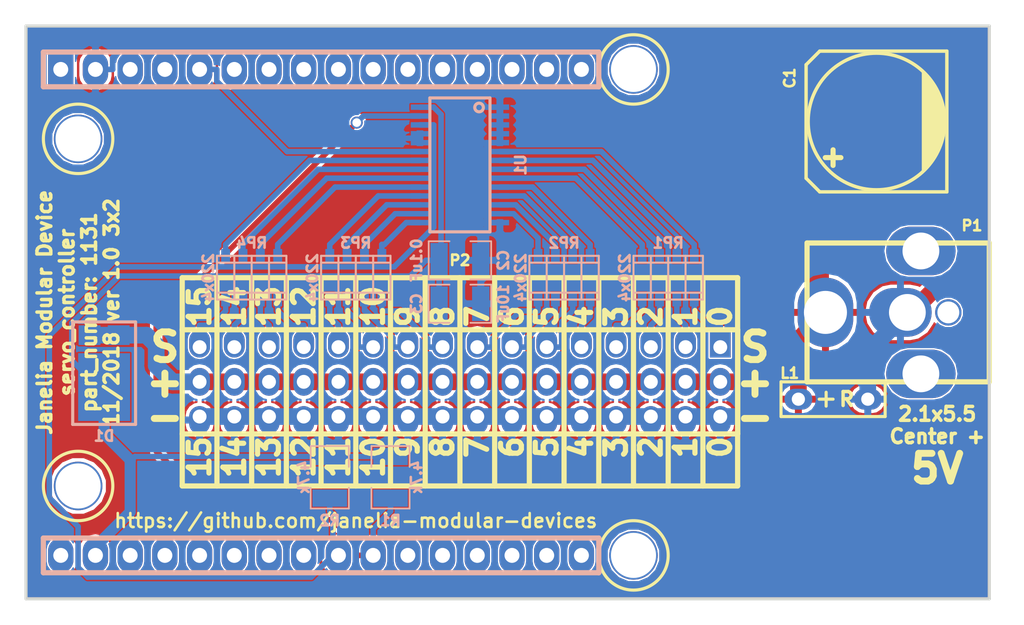
<source format=kicad_pcb>
(kicad_pcb (version 20171130) (host pcbnew 6.0.0-rc1-unknown-4d73cfb~66~ubuntu18.04.1)
  (title_block (title servo_controller_3x2) (rev 1.0))
  (layers (0 F.Cu signal) (31 B.Cu signal) (34 B.Paste user hide) (35 F.Paste user hide) (36 B.SilkS user) (37 F.SilkS user) (38 B.Mask user) (39 F.Mask user) (44 Edge.Cuts user))
  (net 0 "")
  (net 1 VCC)
  (net 2 GND)
  (net 3 VEE)
  (net 4 /SCL)
  (net 5 /SDA)
  (net 6 /~ENABLE)
  (net 7 /servo_3x2/SIG_0)
  (net 8 /servo_3x2/SIG_1)
  (net 9 /servo_3x2/SIG_2)
  (net 10 /servo_3x2/SIG_3)
  (net 11 /servo_3x2/SIG_4)
  (net 12 /servo_3x2/SIG_5)
  (net 13 /servo_3x2/SIG_6)
  (net 14 /servo_3x2/SIG_7)
  (net 15 /servo_3x2/SIG_8)
  (net 16 /servo_3x2/SIG_9)
  (net 17 /servo_3x2/SIG_10)
  (net 18 /servo_3x2/SIG_11)
  (net 19 /servo_3x2/SIG_12)
  (net 20 /servo_3x2/SIG_13)
  (net 21 /servo_3x2/SIG_14)
  (net 22 /servo_3x2/SIG_15)
  (net 23 /servo_3x2/PWM_0)
  (net 24 /servo_3x2/PWM_1)
  (net 25 /servo_3x2/PWM_2)
  (net 26 /servo_3x2/PWM_3)
  (net 27 /servo_3x2/PWM_7)
  (net 28 /servo_3x2/PWM_6)
  (net 29 /servo_3x2/PWM_5)
  (net 30 /servo_3x2/PWM_4)
  (net 31 /servo_3x2/PWM_8)
  (net 32 /servo_3x2/PWM_9)
  (net 33 /servo_3x2/PWM_10)
  (net 34 /servo_3x2/PWM_11)
  (net 35 /servo_3x2/PWM_15)
  (net 36 /servo_3x2/PWM_14)
  (net 37 /servo_3x2/PWM_13)
  (net 38 /servo_3x2/PWM_12)
  (module servo_controller_3x2:TSSOP28 (layer B.Cu) (at 117.475 78.105 270)
    (fp_text reference U1 (at 0 -4.445 270) (layer B.SilkS) (effects (font (size 0.762 0.762) (thickness 0.1905)) (justify mirror)))
    (fp_text value PCA9685)
    (pad 28 smd rect (at -4.225 2.925 270) (size 0.4 1.35) (layers B.Cu B.Paste B.Mask) (net 3 VEE))
    (pad 27 smd rect (at -3.575 2.925 270) (size 0.4 1.35) (layers B.Cu B.Paste B.Mask) (net 5 /SDA))
    (pad 26 smd rect (at -2.925 2.925 270) (size 0.4 1.35) (layers B.Cu B.Paste B.Mask) (net 4 /SCL))
    (pad 25 smd rect (at -2.275 2.925 270) (size 0.4 1.35) (layers B.Cu B.Paste B.Mask) (net 2 GND))
    (pad 24 smd rect (at -1.625 2.925 270) (size 0.4 1.35) (layers B.Cu B.Paste B.Mask) (net 2 GND))
    (pad 23 smd rect (at -0.975 2.925 270) (size 0.4 1.35) (layers B.Cu B.Paste B.Mask) (net 6 /~ENABLE))
    (pad 22 smd rect (at -0.325 2.925 270) (size 0.4 1.35) (layers B.Cu B.Paste B.Mask) (net 35 /servo_3x2/PWM_15))
    (pad 21 smd rect (at 0.325 2.925 270) (size 0.4 1.35) (layers B.Cu B.Paste B.Mask) (net 36 /servo_3x2/PWM_14))
    (pad 20 smd rect (at 0.975 2.925 270) (size 0.4 1.35) (layers B.Cu B.Paste B.Mask) (net 37 /servo_3x2/PWM_13))
    (pad 19 smd rect (at 1.625 2.925 270) (size 0.4 1.35) (layers B.Cu B.Paste B.Mask) (net 38 /servo_3x2/PWM_12))
    (pad 18 smd rect (at 2.275 2.925 270) (size 0.4 1.35) (layers B.Cu B.Paste B.Mask) (net 34 /servo_3x2/PWM_11))
    (pad 17 smd rect (at 2.925 2.925 270) (size 0.4 1.35) (layers B.Cu B.Paste B.Mask) (net 33 /servo_3x2/PWM_10))
    (pad 16 smd rect (at 3.575 2.925 270) (size 0.4 1.35) (layers B.Cu B.Paste B.Mask) (net 32 /servo_3x2/PWM_9))
    (pad 15 smd rect (at 4.225 2.925 270) (size 0.4 1.35) (layers B.Cu B.Paste B.Mask) (net 31 /servo_3x2/PWM_8))
    (pad 14 smd rect (at 4.225 -2.925 270) (size 0.4 1.35) (layers B.Cu B.Paste B.Mask) (net 2 GND))
    (pad 13 smd rect (at 3.575 -2.925 270) (size 0.4 1.35) (layers B.Cu B.Paste B.Mask) (net 27 /servo_3x2/PWM_7))
    (pad 12 smd rect (at 2.925 -2.925 270) (size 0.4 1.35) (layers B.Cu B.Paste B.Mask) (net 28 /servo_3x2/PWM_6))
    (pad 11 smd rect (at 2.275 -2.925 270) (size 0.4 1.35) (layers B.Cu B.Paste B.Mask) (net 29 /servo_3x2/PWM_5))
    (pad 10 smd rect (at 1.625 -2.925 270) (size 0.4 1.35) (layers B.Cu B.Paste B.Mask) (net 30 /servo_3x2/PWM_4))
    (pad 9 smd rect (at 0.975 -2.925 270) (size 0.4 1.35) (layers B.Cu B.Paste B.Mask) (net 26 /servo_3x2/PWM_3))
    (pad 8 smd rect (at 0.325 -2.925 270) (size 0.4 1.35) (layers B.Cu B.Paste B.Mask) (net 25 /servo_3x2/PWM_2))
    (pad 7 smd rect (at -0.325 -2.925 270) (size 0.4 1.35) (layers B.Cu B.Paste B.Mask) (net 24 /servo_3x2/PWM_1))
    (pad 6 smd rect (at -0.975 -2.925 270) (size 0.4 1.35) (layers B.Cu B.Paste B.Mask) (net 23 /servo_3x2/PWM_0))
    (pad 5 smd rect (at -1.625 -2.925 270) (size 0.4 1.35) (layers B.Cu B.Paste B.Mask) (net 2 GND))
    (pad 4 smd rect (at -2.275 -2.925 270) (size 0.4 1.35) (layers B.Cu B.Paste B.Mask) (net 2 GND))
    (pad 3 smd rect (at -2.925 -2.925 270) (size 0.4 1.35) (layers B.Cu B.Paste B.Mask) (net 2 GND))
    (pad 2 smd rect (at -3.575 -2.925 270) (size 0.4 1.35) (layers B.Cu B.Paste B.Mask) (net 2 GND))
    (pad 1 smd rect (at -4.225 -2.925 270) (size 0.4 1.35) (layers B.Cu B.Paste B.Mask) (net 2 GND))
  )
  (module servo_controller_3x2:MODULAR_DEVICE_BASE_3X2_MALE (layer F.Cu) (at 107.315 88.9)
    (fp_text reference MDB1 hide)
    (fp_text value VAL** hide)
    (pad "" thru_hole circle (at 22.86 -17.78) (size 3.556 3.556) (drill 3.302) (layers *.Cu *.Mask))
    (pad "" thru_hole circle (at 22.86 17.78) (size 3.556 3.556) (drill 3.302) (layers *.Cu *.Mask))
    (pad "" thru_hole circle (at -17.78 12.7) (size 3.556 3.556) (drill 3.302) (layers *.Cu *.Mask))
    (pad "" thru_hole circle (at -17.78 -12.7) (size 3.556 3.556) (drill 3.302) (layers *.Cu *.Mask))
    (pad AREF thru_hole oval (at -19.05 17.78) (size 1.8542 2.54) (drill 1.0922) (layers *.Cu *.Mask))
    (pad VEE thru_hole oval (at -16.51 17.78) (size 1.8542 2.54) (drill 1.0922) (layers *.Cu *.Mask) (net 3 VEE))
    (pad AGND thru_hole oval (at -13.97 17.78) (size 1.8542 2.54) (drill 1.0922) (layers *.Cu *.Mask))
    (pad 3V3 thru_hole oval (at -11.43 17.78) (size 1.8542 2.54) (drill 1.0922) (layers *.Cu *.Mask))
    (pad 23 thru_hole oval (at -8.89 17.78) (size 1.8542 2.54) (drill 1.0922) (layers *.Cu *.Mask))
    (pad 22 thru_hole oval (at -6.35 17.78) (size 1.8542 2.54) (drill 1.0922) (layers *.Cu *.Mask))
    (pad 21 thru_hole oval (at -3.81 17.78) (size 1.8542 2.54) (drill 1.0922) (layers *.Cu *.Mask))
    (pad 20 thru_hole oval (at -1.27 17.78) (size 1.8542 2.54) (drill 1.0922) (layers *.Cu *.Mask))
    (pad 19 thru_hole oval (at 1.27 17.78) (size 1.8542 2.54) (drill 1.0922) (layers *.Cu *.Mask) (net 4 /SCL))
    (pad 18 thru_hole oval (at 3.81 17.78) (size 1.8542 2.54) (drill 1.0922) (layers *.Cu *.Mask) (net 5 /SDA))
    (pad 17 thru_hole oval (at 6.35 17.78) (size 1.8542 2.54) (drill 1.0922) (layers *.Cu *.Mask))
    (pad 16 thru_hole oval (at 8.89 17.78) (size 1.8542 2.54) (drill 1.0922) (layers *.Cu *.Mask))
    (pad 15 thru_hole oval (at 11.43 17.78) (size 1.8542 2.54) (drill 1.0922) (layers *.Cu *.Mask))
    (pad 14 thru_hole oval (at 13.97 17.78) (size 1.8542 2.54) (drill 1.0922) (layers *.Cu *.Mask))
    (pad 13 thru_hole oval (at 16.51 17.78) (size 1.8542 2.54) (drill 1.0922) (layers *.Cu *.Mask))
    (pad DAC thru_hole oval (at 19.05 17.78) (size 1.8542 2.54) (drill 1.0922) (layers *.Cu *.Mask))
    (pad 28 thru_hole oval (at 19.05 -17.78) (size 1.8542 2.54) (drill 1.0922) (layers *.Cu *.Mask))
    (pad 12 thru_hole oval (at 16.51 -17.78) (size 1.8542 2.54) (drill 1.0922) (layers *.Cu *.Mask))
    (pad 11 thru_hole oval (at 13.97 -17.78) (size 1.8542 2.54) (drill 1.0922) (layers *.Cu *.Mask))
    (pad 10 thru_hole oval (at 11.43 -17.78) (size 1.8542 2.54) (drill 1.0922) (layers *.Cu *.Mask))
    (pad 9 thru_hole oval (at 8.89 -17.78) (size 1.8542 2.54) (drill 1.0922) (layers *.Cu *.Mask))
    (pad 29 thru_hole oval (at 6.35 -17.78) (size 1.8542 2.54) (drill 1.0922) (layers *.Cu *.Mask))
    (pad 30 thru_hole oval (at 3.81 -17.78) (size 1.8542 2.54) (drill 1.0922) (layers *.Cu *.Mask))
    (pad 6 thru_hole oval (at 1.27 -17.78) (size 1.8542 2.54) (drill 1.0922) (layers *.Cu *.Mask))
    (pad 5 thru_hole oval (at -1.27 -17.78) (size 1.8542 2.54) (drill 1.0922) (layers *.Cu *.Mask))
    (pad 4 thru_hole oval (at -3.81 -17.78) (size 1.8542 2.54) (drill 1.0922) (layers *.Cu *.Mask))
    (pad 3 thru_hole oval (at -6.35 -17.78) (size 1.8542 2.54) (drill 1.0922) (layers *.Cu *.Mask))
    (pad 2 thru_hole oval (at -8.89 -17.78) (size 1.8542 2.54) (drill 1.0922) (layers *.Cu *.Mask) (net 6 /~ENABLE))
    (pad 25 thru_hole oval (at -11.43 -17.78) (size 1.8542 2.54) (drill 1.0922) (layers *.Cu *.Mask))
    (pad VDD thru_hole rect (at -19.05 -17.78) (size 1.8542 2.54) (drill 1.0922) (layers *.Cu *.Mask))
    (pad 24 thru_hole oval (at -13.97 -17.78) (size 1.8542 2.54) (drill 1.0922) (layers *.Cu *.Mask))
    (pad GND thru_hole oval (at -16.51 -17.78) (size 1.8542 2.54) (drill 1.0922) (layers *.Cu *.Mask) (net 2 GND))
  )
  (module servo_controller_3x2:HEADER_03x16 (layer F.Cu) (at 117.475 93.98)
    (fp_text reference P2 (at 0 -8.89) (layer F.SilkS) (effects (font (size 0.762 0.762) (thickness 0.1905))))
    (fp_text value HEADER_03X16 hide)
    (fp_text user 15 (at -19.05 3.81 90) (layer F.SilkS) (effects (font (size 1.524 1.524) (thickness 0.381)) (justify right)))
    (fp_text user 14 (at -16.51 3.81 90) (layer F.SilkS) (effects (font (size 1.524 1.524) (thickness 0.381)) (justify right)))
    (fp_text user 13 (at -13.97 3.81 90) (layer F.SilkS) (effects (font (size 1.524 1.524) (thickness 0.381)) (justify right)))
    (fp_text user 12 (at -11.43 3.81 90) (layer F.SilkS) (effects (font (size 1.524 1.524) (thickness 0.381)) (justify right)))
    (fp_text user 11 (at -8.89 3.81 90) (layer F.SilkS) (effects (font (size 1.524 1.524) (thickness 0.381)) (justify right)))
    (fp_text user 10 (at -6.35 3.81 90) (layer F.SilkS) (effects (font (size 1.524 1.524) (thickness 0.381)) (justify right)))
    (fp_text user 9 (at -3.81 3.81 90) (layer F.SilkS) (effects (font (size 1.524 1.524) (thickness 0.381)) (justify right)))
    (fp_text user 8 (at -1.27 3.81 90) (layer F.SilkS) (effects (font (size 1.524 1.524) (thickness 0.381)) (justify right)))
    (fp_text user 7 (at 1.27 3.81 90) (layer F.SilkS) (effects (font (size 1.524 1.524) (thickness 0.381)) (justify right)))
    (fp_text user 6 (at 3.81 3.81 90) (layer F.SilkS) (effects (font (size 1.524 1.524) (thickness 0.381)) (justify right)))
    (fp_text user 5 (at 6.35 3.81 90) (layer F.SilkS) (effects (font (size 1.524 1.524) (thickness 0.381)) (justify right)))
    (fp_text user 4 (at 8.89 3.81 90) (layer F.SilkS) (effects (font (size 1.524 1.524) (thickness 0.381)) (justify right)))
    (fp_text user 3 (at 11.43 3.81 90) (layer F.SilkS) (effects (font (size 1.524 1.524) (thickness 0.381)) (justify right)))
    (fp_text user 2 (at 13.97 3.81 90) (layer F.SilkS) (effects (font (size 1.524 1.524) (thickness 0.381)) (justify right)))
    (fp_text user 1 (at 16.51 3.81 90) (layer F.SilkS) (effects (font (size 1.524 1.524) (thickness 0.381)) (justify right)))
    (fp_text user 0 (at 19.05 3.81 90) (layer F.SilkS) (effects (font (size 1.524 1.524) (thickness 0.381)) (justify right)))
    (fp_text user 0 (at 19.05 -3.81 90) (layer F.SilkS) (effects (font (size 1.524 1.524) (thickness 0.381)) (justify left)))
    (fp_text user 1 (at 16.51 -3.81 90) (layer F.SilkS) (effects (font (size 1.524 1.524) (thickness 0.381)) (justify left)))
    (fp_text user 2 (at 13.97 -3.81 90) (layer F.SilkS) (effects (font (size 1.524 1.524) (thickness 0.381)) (justify left)))
    (fp_text user 3 (at 11.43 -3.81 90) (layer F.SilkS) (effects (font (size 1.524 1.524) (thickness 0.381)) (justify left)))
    (fp_text user 4 (at 8.89 -3.81 90) (layer F.SilkS) (effects (font (size 1.524 1.524) (thickness 0.381)) (justify left)))
    (fp_text user 5 (at 6.35 -3.81 90) (layer F.SilkS) (effects (font (size 1.524 1.524) (thickness 0.381)) (justify left)))
    (fp_text user 6 (at 3.81 -3.81 90) (layer F.SilkS) (effects (font (size 1.524 1.524) (thickness 0.381)) (justify left)))
    (fp_text user 7 (at 1.27 -3.81 90) (layer F.SilkS) (effects (font (size 1.524 1.524) (thickness 0.381)) (justify left)))
    (fp_text user 8 (at -1.27 -3.81 90) (layer F.SilkS) (effects (font (size 1.524 1.524) (thickness 0.381)) (justify left)))
    (fp_text user 9 (at -3.81 -3.81 90) (layer F.SilkS) (effects (font (size 1.524 1.524) (thickness 0.381)) (justify left)))
    (fp_text user 10 (at -6.35 -3.81 90) (layer F.SilkS) (effects (font (size 1.524 1.524) (thickness 0.381)) (justify left)))
    (fp_text user 11 (at -8.89 -3.81 90) (layer F.SilkS) (effects (font (size 1.524 1.524) (thickness 0.381)) (justify left)))
    (fp_text user 12 (at -11.43 -3.81 90) (layer F.SilkS) (effects (font (size 1.524 1.524) (thickness 0.381)) (justify left)))
    (fp_text user 13 (at -13.97 -3.81 90) (layer F.SilkS) (effects (font (size 1.524 1.524) (thickness 0.381)) (justify left)))
    (fp_text user 14 (at -16.51 -3.81 90) (layer F.SilkS) (effects (font (size 1.524 1.524) (thickness 0.381)) (justify left)))
    (fp_text user 15 (at -19.05 -3.81 90) (layer F.SilkS) (effects (font (size 1.524 1.524) (thickness 0.381)) (justify left)))
    (fp_text user - (at 21.59 2.54) (layer F.SilkS) (effects (font (size 2.032 2.032) (thickness 0.508))))
    (fp_text user + (at 21.59 0) (layer F.SilkS) (effects (font (size 2.032 2.032) (thickness 0.508))))
    (fp_text user - (at -21.59 2.54) (layer F.SilkS) (effects (font (size 2.032 2.032) (thickness 0.508))))
    (fp_text user + (at -21.59 0) (layer F.SilkS) (effects (font (size 2.032 2.032) (thickness 0.508))))
    (fp_text user S (at -21.59 -2.54) (layer F.SilkS) (effects (font (size 2.032 2.032) (thickness 0.508))))
    (fp_text user S (at 21.59 -2.54) (layer F.SilkS) (effects (font (size 2.032 2.032) (thickness 0.508))))
    (pad 47 thru_hole oval (at -19.05 0) (size 1.524 2.032) (drill 1.016) (layers *.Cu *.Mask) (net 1 VCC))
    (pad 44 thru_hole oval (at -16.51 0) (size 1.524 2.032) (drill 1.016) (layers *.Cu *.Mask) (net 1 VCC))
    (pad 41 thru_hole oval (at -13.97 0) (size 1.524 2.032) (drill 1.016) (layers *.Cu *.Mask) (net 1 VCC))
    (pad 38 thru_hole oval (at -11.43 0) (size 1.524 2.032) (drill 1.016) (layers *.Cu *.Mask) (net 1 VCC))
    (pad 35 thru_hole oval (at -8.89 0) (size 1.524 2.032) (drill 1.016) (layers *.Cu *.Mask) (net 1 VCC))
    (pad 32 thru_hole oval (at -6.35 0) (size 1.524 2.032) (drill 1.016) (layers *.Cu *.Mask) (net 1 VCC))
    (pad 29 thru_hole oval (at -3.81 0) (size 1.524 2.032) (drill 1.016) (layers *.Cu *.Mask) (net 1 VCC))
    (pad 26 thru_hole oval (at -1.27 0) (size 1.524 2.032) (drill 1.016) (layers *.Cu *.Mask) (net 1 VCC))
    (pad 23 thru_hole oval (at 1.27 0) (size 1.524 2.032) (drill 1.016) (layers *.Cu *.Mask) (net 1 VCC))
    (pad 20 thru_hole oval (at 3.81 0) (size 1.524 2.032) (drill 1.016) (layers *.Cu *.Mask) (net 1 VCC))
    (pad 17 thru_hole oval (at 6.35 0) (size 1.524 2.032) (drill 1.016) (layers *.Cu *.Mask) (net 1 VCC))
    (pad 14 thru_hole oval (at 8.89 0) (size 1.524 2.032) (drill 1.016) (layers *.Cu *.Mask) (net 1 VCC))
    (pad 11 thru_hole oval (at 11.43 0) (size 1.524 2.032) (drill 1.016) (layers *.Cu *.Mask) (net 1 VCC))
    (pad 8 thru_hole oval (at 13.97 0) (size 1.524 2.032) (drill 1.016) (layers *.Cu *.Mask) (net 1 VCC))
    (pad 5 thru_hole oval (at 16.51 0) (size 1.524 2.032) (drill 1.016) (layers *.Cu *.Mask) (net 1 VCC))
    (pad 2 thru_hole oval (at 19.05 0) (size 1.524 2.032) (drill 1.016) (layers *.Cu *.Mask) (net 1 VCC))
    (pad 48 thru_hole oval (at -19.05 2.54) (size 1.524 2.032) (drill 1.016 (offset 0 0.254)) (layers *.Cu *.Mask) (net 2 GND))
    (pad 46 thru_hole oval (at -19.05 -2.54) (size 1.524 2.032) (drill 1.016 (offset 0 -0.254)) (layers *.Cu *.Mask) (net 22 /servo_3x2/SIG_15))
    (pad 45 thru_hole oval (at -16.51 2.54) (size 1.524 2.032) (drill 1.016 (offset 0 0.254)) (layers *.Cu *.Mask) (net 2 GND))
    (pad 43 thru_hole oval (at -16.51 -2.54) (size 1.524 2.032) (drill 1.016 (offset 0 -0.254)) (layers *.Cu *.Mask) (net 21 /servo_3x2/SIG_14))
    (pad 42 thru_hole oval (at -13.97 2.54) (size 1.524 2.032) (drill 1.016 (offset 0 0.254)) (layers *.Cu *.Mask) (net 2 GND))
    (pad 40 thru_hole oval (at -13.97 -2.54) (size 1.524 2.032) (drill 1.016 (offset 0 -0.254)) (layers *.Cu *.Mask) (net 20 /servo_3x2/SIG_13))
    (pad 39 thru_hole oval (at -11.43 2.54) (size 1.524 2.032) (drill 1.016 (offset 0 0.254)) (layers *.Cu *.Mask) (net 2 GND))
    (pad 37 thru_hole oval (at -11.43 -2.54) (size 1.524 2.032) (drill 1.016 (offset 0 -0.254)) (layers *.Cu *.Mask) (net 19 /servo_3x2/SIG_12))
    (pad 36 thru_hole oval (at -8.89 2.54) (size 1.524 2.032) (drill 1.016 (offset 0 0.254)) (layers *.Cu *.Mask) (net 2 GND))
    (pad 34 thru_hole oval (at -8.89 -2.54) (size 1.524 2.032) (drill 1.016 (offset 0 -0.254)) (layers *.Cu *.Mask) (net 18 /servo_3x2/SIG_11))
    (pad 33 thru_hole oval (at -6.35 2.54) (size 1.524 2.032) (drill 1.016 (offset 0 0.254)) (layers *.Cu *.Mask) (net 2 GND))
    (pad 31 thru_hole oval (at -6.35 -2.54) (size 1.524 2.032) (drill 1.016 (offset 0 -0.254)) (layers *.Cu *.Mask) (net 17 /servo_3x2/SIG_10))
    (pad 30 thru_hole oval (at -3.81 2.54) (size 1.524 2.032) (drill 1.016 (offset 0 0.254)) (layers *.Cu *.Mask) (net 2 GND))
    (pad 28 thru_hole oval (at -3.81 -2.54) (size 1.524 2.032) (drill 1.016 (offset 0 -0.254)) (layers *.Cu *.Mask) (net 16 /servo_3x2/SIG_9))
    (pad 27 thru_hole oval (at -1.27 2.54) (size 1.524 2.032) (drill 1.016 (offset 0 0.254)) (layers *.Cu *.Mask) (net 2 GND))
    (pad 25 thru_hole oval (at -1.27 -2.54) (size 1.524 2.032) (drill 1.016 (offset 0 -0.254)) (layers *.Cu *.Mask) (net 15 /servo_3x2/SIG_8))
    (pad 24 thru_hole oval (at 1.27 2.54) (size 1.524 2.032) (drill 1.016 (offset 0 0.254)) (layers *.Cu *.Mask) (net 2 GND))
    (pad 22 thru_hole oval (at 1.27 -2.54) (size 1.524 2.032) (drill 1.016 (offset 0 -0.254)) (layers *.Cu *.Mask) (net 14 /servo_3x2/SIG_7))
    (pad 21 thru_hole oval (at 3.81 2.54) (size 1.524 2.032) (drill 1.016 (offset 0 0.254)) (layers *.Cu *.Mask) (net 2 GND))
    (pad 19 thru_hole oval (at 3.81 -2.54) (size 1.524 2.032) (drill 1.016 (offset 0 -0.254)) (layers *.Cu *.Mask) (net 13 /servo_3x2/SIG_6))
    (pad 18 thru_hole oval (at 6.35 2.54) (size 1.524 2.032) (drill 1.016 (offset 0 0.254)) (layers *.Cu *.Mask) (net 2 GND))
    (pad 16 thru_hole oval (at 6.35 -2.54) (size 1.524 2.032) (drill 1.016 (offset 0 -0.254)) (layers *.Cu *.Mask) (net 12 /servo_3x2/SIG_5))
    (pad 15 thru_hole oval (at 8.89 2.54) (size 1.524 2.032) (drill 1.016 (offset 0 0.254)) (layers *.Cu *.Mask) (net 2 GND))
    (pad 13 thru_hole oval (at 8.89 -2.54) (size 1.524 2.032) (drill 1.016 (offset 0 -0.254)) (layers *.Cu *.Mask) (net 11 /servo_3x2/SIG_4))
    (pad 12 thru_hole oval (at 11.43 2.54) (size 1.524 2.032) (drill 1.016 (offset 0 0.254)) (layers *.Cu *.Mask) (net 2 GND))
    (pad 10 thru_hole oval (at 11.43 -2.54) (size 1.524 2.032) (drill 1.016 (offset 0 -0.254)) (layers *.Cu *.Mask) (net 10 /servo_3x2/SIG_3))
    (pad 9 thru_hole oval (at 13.97 2.54) (size 1.524 2.032) (drill 1.016 (offset 0 0.254)) (layers *.Cu *.Mask) (net 2 GND))
    (pad 7 thru_hole oval (at 13.97 -2.54) (size 1.524 2.032) (drill 1.016 (offset 0 -0.254)) (layers *.Cu *.Mask) (net 9 /servo_3x2/SIG_2))
    (pad 6 thru_hole oval (at 16.51 2.54) (size 1.524 2.032) (drill 1.016 (offset 0 0.254)) (layers *.Cu *.Mask) (net 2 GND))
    (pad 4 thru_hole oval (at 16.51 -2.54) (size 1.524 2.032) (drill 1.016 (offset 0 -0.254)) (layers *.Cu *.Mask) (net 8 /servo_3x2/SIG_1))
    (pad 3 thru_hole oval (at 19.05 2.54) (size 1.524 2.032) (drill 1.016 (offset 0 0.254)) (layers *.Cu *.Mask) (net 2 GND))
    (pad 1 thru_hole rect (at 19.05 -2.54) (size 1.524 2.032) (drill 1.016 (offset 0 -0.254)) (layers *.Cu *.Mask) (net 7 /servo_3x2/SIG_0))
  )
  (module servo_controller_3x2:C_ELEC_10 (layer F.Cu) (at 147.955 74.93 180)
    (fp_text reference C1 (at 6.35 3.175 270) (layer F.SilkS) (effects (font (size 0.762 0.762) (thickness 0.1905))))
    (fp_text value 220uF_POL)
    (fp_text user + (at 3.175 -2.54 180) (layer F.SilkS) (effects (font (size 1.5 1.5) (thickness 0.375))))
    (pad 1 smd rect (at 4.35 0 180) (size 4.1 2) (layers F.Cu F.Paste F.Mask) (net 1 VCC))
    (pad 2 smd rect (at -4.35 0 180) (size 4.1 2) (layers F.Cu F.Paste F.Mask) (net 2 GND))
  )
  (module servo_controller_3x2:SM1210 (layer B.Cu) (at 117.475 85.09)
    (fp_text reference C2 (at 3.175 0 90) (layer B.SilkS) (effects (font (size 0.762 0.762) (thickness 0.1905)) (justify mirror)))
    (fp_text value 0.1uF (at -3.175 0 90) (layer B.SilkS) (effects (font (size 0.762 0.762) (thickness 0.1905)) (justify mirror)))
    (pad 2 smd rect (at 1.524 0) (size 1.27 2.54) (layers B.Cu B.Paste B.Mask) (net 2 GND))
    (pad 1 smd rect (at -1.524 0) (size 1.27 2.54) (layers B.Cu B.Paste B.Mask) (net 3 VEE))
  )
  (module servo_controller_3x2:SM1210 (layer B.Cu) (at 117.475 88.265)
    (fp_text reference C3 (at -3.175 0 90) (layer B.SilkS) (effects (font (size 0.762 0.762) (thickness 0.1905)) (justify mirror)))
    (fp_text value 10uF (at 3.175 0 90) (layer B.SilkS) (effects (font (size 0.762 0.762) (thickness 0.1905)) (justify mirror)))
    (pad 1 smd rect (at -1.524 0) (size 1.27 2.54) (layers B.Cu B.Paste B.Mask) (net 3 VEE))
    (pad 2 smd rect (at 1.524 0) (size 1.27 2.54) (layers B.Cu B.Paste B.Mask) (net 2 GND))
  )
  (module servo_controller_3x2:CFP15 (layer B.Cu) (at 91.44 93.345 180)
    (fp_text reference D1 (at 0 -4.6 180) (layer B.SilkS) (effects (font (size 0.762 0.762) (thickness 0.1905)) (justify mirror)))
    (fp_text value diode_schottky_45V_10A hide)
    (pad 1 smd rect (at 0 -1.02 180) (size 3.8 4.96) (layers B.Cu B.Paste B.Mask) (net 3 VEE) (clearance 0.1))
    (pad 2 smd rect (at -1.065 2.78 180) (size 1.6 1.44) (layers B.Cu B.Paste B.Mask) (net 1 VCC) (clearance 0.1))
    (pad 2 smd rect (at 1.065 2.78 180) (size 1.6 1.44) (layers B.Cu B.Paste B.Mask) (net 1 VCC) (clearance 0.1))
  )
  (module servo_controller_3x2:LED_555-3XXX_R (layer F.Cu) (at 144.78 95.25 90)
    (fp_text reference L1 (at 1.905 -3.175 180) (layer F.SilkS) (effects (font (size 0.762 0.762) (thickness 0.1905))))
    (fp_text value LED_5V_RED hide)
    (fp_text user R (at 0 1 180) (layer F.SilkS) (effects (font (size 1.016 1.016) (thickness 0.254))))
    (pad 1 thru_hole oval (at 0 -2.54 90) (size 1.524 2.032) (drill 0.9652) (layers *.Cu *.Mask) (net 1 VCC))
    (pad 2 thru_hole oval (at 0 2.54 90) (size 1.524 2.032) (drill 0.9652) (layers *.Cu *.Mask) (net 2 GND))
  )
  (module footprints:DCJACK_2PIN_HIGHCURRENT (layer F.Cu) (at 156.21 88.9 270)
    (fp_text reference P1 (at -6.35 1.27) (layer F.SilkS) (effects (font (size 0.762 0.762) (thickness 0.1905))))
    (fp_text value PWR_JACK_2.1x5.5 hide)
    (pad "" thru_hole circle (at 0 2.9972 270) (size 1.9304 1.9304) (drill 1.6002) (layers *.Cu *.Mask))
    (pad 2 thru_hole oval (at 0 5.9944 270) (size 3.556 4.572) (drill 2.6924 (offset 0 0.508)) (layers *.Cu *.Mask) (net 2 GND))
    (pad 1 thru_hole oval (at 0 11.9888 270) (size 5.08 4.064) (drill 3.1496) (layers *.Cu *.Mask) (net 1 VCC))
    (pad "" thru_hole oval (at -4.4958 5.0038 270) (size 3.556 5.08) (drill 2.6924) (layers *.Cu *.Mask))
    (pad "" thru_hole oval (at 4.4958 5.0038 270) (size 3.556 5.08) (drill 2.6924) (layers *.Cu *.Mask))
  )
  (module servo_controller_3x2:SM1210 (layer B.Cu) (at 112.395 100.965 270)
    (fp_text reference R1 (at 3.175 0) (layer B.SilkS) (effects (font (size 0.762 0.762) (thickness 0.1905)) (justify mirror)))
    (fp_text value 4.7k (at 0 -1.905 270) (layer B.SilkS) (effects (font (size 0.762 0.762) (thickness 0.1905)) (justify mirror)))
    (pad 1 smd rect (at -1.524 0 270) (size 1.27 2.54) (layers B.Cu B.Paste B.Mask) (net 3 VEE))
    (pad 2 smd rect (at 1.524 0 270) (size 1.27 2.54) (layers B.Cu B.Paste B.Mask) (net 5 /SDA))
  )
  (module servo_controller_3x2:SM1210 (layer B.Cu) (at 107.95 100.965 270)
    (fp_text reference R2 (at 3.175 0) (layer B.SilkS) (effects (font (size 0.762 0.762) (thickness 0.1905)) (justify mirror)))
    (fp_text value 4.7k (at 0 1.905 270) (layer B.SilkS) (effects (font (size 0.762 0.762) (thickness 0.1905)) (justify mirror)))
    (pad 2 smd rect (at 1.524 0 270) (size 1.27 2.54) (layers B.Cu B.Paste B.Mask) (net 4 /SCL))
    (pad 1 smd rect (at -1.524 0 270) (size 1.27 2.54) (layers B.Cu B.Paste B.Mask) (net 3 VEE))
  )
  (module servo_controller_3x2:RESISTOR_PACK_SM1206x4 (layer B.Cu) (at 132.715 86.36 180)
    (fp_text reference RP1 (at 0 2.54 180) (layer B.SilkS) (effects (font (size 0.762 0.762) (thickness 0.1905)) (justify mirror)))
    (fp_text value 220x4 (at 3.175 0 270) (layer B.SilkS) (effects (font (size 0.762 0.762) (thickness 0.1905)) (justify mirror)))
    (pad 7 smd rect (at -1.905 1.6 180) (size 0.65 1) (layers B.Cu B.Paste B.Mask) (net 23 /servo_3x2/PWM_0))
    (pad 8 smd rect (at -1.905 -1.6 180) (size 0.65 1) (layers B.Cu B.Paste B.Mask) (net 7 /servo_3x2/SIG_0))
    (pad 5 smd rect (at -0.635 1.6 180) (size 0.65 1) (layers B.Cu B.Paste B.Mask) (net 24 /servo_3x2/PWM_1))
    (pad 6 smd rect (at -0.635 -1.6 180) (size 0.65 1) (layers B.Cu B.Paste B.Mask) (net 8 /servo_3x2/SIG_1))
    (pad 3 smd rect (at 0.635 1.6 180) (size 0.65 1) (layers B.Cu B.Paste B.Mask) (net 25 /servo_3x2/PWM_2))
    (pad 4 smd rect (at 0.635 -1.6 180) (size 0.65 1) (layers B.Cu B.Paste B.Mask) (net 9 /servo_3x2/SIG_2))
    (pad 1 smd rect (at 1.905 1.6 180) (size 0.65 1) (layers B.Cu B.Paste B.Mask) (net 26 /servo_3x2/PWM_3))
    (pad 2 smd rect (at 1.905 -1.6 180) (size 0.65 1) (layers B.Cu B.Paste B.Mask) (net 10 /servo_3x2/SIG_3))
  )
  (module servo_controller_3x2:RESISTOR_PACK_SM1206x4 (layer B.Cu) (at 125.095 86.36 180)
    (fp_text reference RP2 (at 0 2.54 180) (layer B.SilkS) (effects (font (size 0.762 0.762) (thickness 0.1905)) (justify mirror)))
    (fp_text value 220x4 (at 3.175 0 270) (layer B.SilkS) (effects (font (size 0.762 0.762) (thickness 0.1905)) (justify mirror)))
    (pad 2 smd rect (at 1.905 -1.6 180) (size 0.65 1) (layers B.Cu B.Paste B.Mask) (net 14 /servo_3x2/SIG_7))
    (pad 1 smd rect (at 1.905 1.6 180) (size 0.65 1) (layers B.Cu B.Paste B.Mask) (net 27 /servo_3x2/PWM_7))
    (pad 4 smd rect (at 0.635 -1.6 180) (size 0.65 1) (layers B.Cu B.Paste B.Mask) (net 13 /servo_3x2/SIG_6))
    (pad 3 smd rect (at 0.635 1.6 180) (size 0.65 1) (layers B.Cu B.Paste B.Mask) (net 28 /servo_3x2/PWM_6))
    (pad 6 smd rect (at -0.635 -1.6 180) (size 0.65 1) (layers B.Cu B.Paste B.Mask) (net 12 /servo_3x2/SIG_5))
    (pad 5 smd rect (at -0.635 1.6 180) (size 0.65 1) (layers B.Cu B.Paste B.Mask) (net 29 /servo_3x2/PWM_5))
    (pad 8 smd rect (at -1.905 -1.6 180) (size 0.65 1) (layers B.Cu B.Paste B.Mask) (net 11 /servo_3x2/SIG_4))
    (pad 7 smd rect (at -1.905 1.6 180) (size 0.65 1) (layers B.Cu B.Paste B.Mask) (net 30 /servo_3x2/PWM_4))
  )
  (module servo_controller_3x2:RESISTOR_PACK_SM1206x4 (layer B.Cu) (at 109.855 86.36 180)
    (fp_text reference RP3 (at 0 2.54 180) (layer B.SilkS) (effects (font (size 0.762 0.762) (thickness 0.1905)) (justify mirror)))
    (fp_text value 220x4 (at 3.175 0 270) (layer B.SilkS) (effects (font (size 0.762 0.762) (thickness 0.1905)) (justify mirror)))
    (pad 7 smd rect (at -1.905 1.6 180) (size 0.65 1) (layers B.Cu B.Paste B.Mask) (net 31 /servo_3x2/PWM_8))
    (pad 8 smd rect (at -1.905 -1.6 180) (size 0.65 1) (layers B.Cu B.Paste B.Mask) (net 15 /servo_3x2/SIG_8))
    (pad 5 smd rect (at -0.635 1.6 180) (size 0.65 1) (layers B.Cu B.Paste B.Mask) (net 32 /servo_3x2/PWM_9))
    (pad 6 smd rect (at -0.635 -1.6 180) (size 0.65 1) (layers B.Cu B.Paste B.Mask) (net 16 /servo_3x2/SIG_9))
    (pad 3 smd rect (at 0.635 1.6 180) (size 0.65 1) (layers B.Cu B.Paste B.Mask) (net 33 /servo_3x2/PWM_10))
    (pad 4 smd rect (at 0.635 -1.6 180) (size 0.65 1) (layers B.Cu B.Paste B.Mask) (net 17 /servo_3x2/SIG_10))
    (pad 1 smd rect (at 1.905 1.6 180) (size 0.65 1) (layers B.Cu B.Paste B.Mask) (net 34 /servo_3x2/PWM_11))
    (pad 2 smd rect (at 1.905 -1.6 180) (size 0.65 1) (layers B.Cu B.Paste B.Mask) (net 18 /servo_3x2/SIG_11))
  )
  (module servo_controller_3x2:RESISTOR_PACK_SM1206x4 (layer B.Cu) (at 102.235 86.36 180)
    (fp_text reference RP4 (at 0 2.54 180) (layer B.SilkS) (effects (font (size 0.762 0.762) (thickness 0.1905)) (justify mirror)))
    (fp_text value 220x4 (at 3.175 0 270) (layer B.SilkS) (effects (font (size 0.762 0.762) (thickness 0.1905)) (justify mirror)))
    (pad 2 smd rect (at 1.905 -1.6 180) (size 0.65 1) (layers B.Cu B.Paste B.Mask) (net 22 /servo_3x2/SIG_15))
    (pad 1 smd rect (at 1.905 1.6 180) (size 0.65 1) (layers B.Cu B.Paste B.Mask) (net 35 /servo_3x2/PWM_15))
    (pad 4 smd rect (at 0.635 -1.6 180) (size 0.65 1) (layers B.Cu B.Paste B.Mask) (net 21 /servo_3x2/SIG_14))
    (pad 3 smd rect (at 0.635 1.6 180) (size 0.65 1) (layers B.Cu B.Paste B.Mask) (net 36 /servo_3x2/PWM_14))
    (pad 6 smd rect (at -0.635 -1.6 180) (size 0.65 1) (layers B.Cu B.Paste B.Mask) (net 20 /servo_3x2/SIG_13))
    (pad 5 smd rect (at -0.635 1.6 180) (size 0.65 1) (layers B.Cu B.Paste B.Mask) (net 37 /servo_3x2/PWM_13))
    (pad 8 smd rect (at -1.905 -1.6 180) (size 0.65 1) (layers B.Cu B.Paste B.Mask) (net 19 /servo_3x2/SIG_12))
    (pad 7 smd rect (at -1.905 1.6 180) (size 0.65 1) (layers B.Cu B.Paste B.Mask) (net 38 /servo_3x2/PWM_12))
  )
  (gr_text 5V (at 152.4 100.33) (layer F.SilkS) (effects (font (size 2.032 2.032) (thickness 0.508))))
  (gr_text "2.1x5.5\nCenter +" (at 152.4 97.155) (layer F.SilkS) (effects (font (size 1.016 1.016) (thickness 0.254))))
  (gr_line (start 156.21 67.945) (end 85.725 67.945) (angle 90) (layer Edge.Cuts) (width 0.2286))
  (gr_line (start 156.21 109.855) (end 156.21 67.945) (angle 90) (layer Edge.Cuts) (width 0.2286))
  (gr_line (start 85.725 109.855) (end 156.21 109.855) (angle 90) (layer Edge.Cuts) (width 0.2286))
  (gr_line (start 85.725 67.945) (end 85.725 109.855) (angle 90) (layer Edge.Cuts) (width 0.2286))
  (gr_text https://github.com/janelia-modular-devices (at 109.855 104.14) (layer F.SilkS) (effects (font (size 1.016 1.016) (thickness 0.1905))))
  (gr_text "Janelia Modular Device\nservo_controller\npart_number: 1131\n11/2018 ver 1.0 3x2" (at 89.535 88.9 90) (layer F.SilkS) (effects (font (size 1.016 1.016) (thickness 0.254))))
  (segment (start 143.913 88.5919) (end 143.9131 88.5919) (width 1.2192) (layer F.Cu) (net 1))
  (segment (start 143.9131 88.5919) (end 144.2212 88.9) (width 1.2192) (layer F.Cu) (net 1))
  (segment (start 143.913 88.5919) (end 144.221 88.9) (width 1.2192) (layer F.Cu) (net 1))
  (segment (start 144.221 88.9) (end 141.046 92.075) (width 1.2192) (layer F.Cu) (net 1))
  (segment (start 143.605 74.93) (end 143.605 88.2838) (width 1.2192) (layer F.Cu) (net 1))
  (segment (start 143.605 88.2838) (end 143.913 88.5919) (width 1.2192) (layer F.Cu) (net 1))
  (segment (start 136.525 93.98) (end 133.985 93.98) (width 1.2192) (layer F.Cu) (net 1))
  (segment (start 141.046 92.075) (end 139.141 93.98) (width 1.2192) (layer F.Cu) (net 1))
  (segment (start 139.141 93.98) (end 136.525 93.98) (width 1.2192) (layer F.Cu) (net 1))
  (segment (start 133.985 93.98) (end 131.445 93.98) (width 1.2192) (layer F.Cu) (net 1))
  (segment (start 131.445 93.98) (end 128.905 93.98) (width 1.2192) (layer F.Cu) (net 1))
  (segment (start 128.905 93.98) (end 126.365 93.98) (width 1.2192) (layer F.Cu) (net 1))
  (segment (start 126.365 93.98) (end 123.825 93.98) (width 1.2192) (layer F.Cu) (net 1))
  (segment (start 123.825 93.98) (end 121.285 93.98) (width 1.2192) (layer F.Cu) (net 1))
  (segment (start 121.285 93.98) (end 118.745 93.98) (width 1.2192) (layer F.Cu) (net 1))
  (segment (start 118.745 93.98) (end 116.205 93.98) (width 1.2192) (layer F.Cu) (net 1))
  (segment (start 116.205 93.98) (end 113.665 93.98) (width 1.2192) (layer F.Cu) (net 1))
  (segment (start 113.665 93.98) (end 111.125 93.98) (width 1.2192) (layer F.Cu) (net 1))
  (segment (start 111.125 93.98) (end 108.585 93.98) (width 1.2192) (layer F.Cu) (net 1))
  (segment (start 108.585 93.98) (end 106.045 93.98) (width 1.2192) (layer F.Cu) (net 1))
  (segment (start 106.045 93.98) (end 103.505 93.98) (width 1.2192) (layer F.Cu) (net 1))
  (segment (start 103.505 93.98) (end 100.965 93.98) (width 1.2192) (layer F.Cu) (net 1))
  (segment (start 100.965 93.98) (end 98.425 93.98) (width 1.2192) (layer F.Cu) (net 1))
  (segment (start 92.505 90.565) (end 90.375 90.565) (width 1.2192) (layer B.Cu) (net 1))
  (segment (start 98.425 93.98) (end 96.4438 93.98) (width 1.2192) (layer B.Cu) (net 1))
  (segment (start 96.4438 93.98) (end 95.25 92.7862) (width 1.2192) (layer B.Cu) (net 1))
  (segment (start 95.25 92.7862) (end 95.25 91.2908) (width 1.2192) (layer B.Cu) (net 1))
  (segment (start 95.25 91.2908) (end 94.5242 90.565) (width 1.2192) (layer B.Cu) (net 1))
  (segment (start 94.5242 90.565) (end 92.505 90.565) (width 1.2192) (layer B.Cu) (net 1))
  (segment (start 142.24 95.25) (end 142.24 93.2688) (width 1.2192) (layer F.Cu) (net 1))
  (segment (start 142.24 93.2688) (end 141.046 92.075) (width 1.2192) (layer F.Cu) (net 1))
  (segment (start 109.1688 74.6238) (end 110.431 73.3616) (width 0.4064) (layer B.Cu) (net 2))
  (segment (start 110.431 73.3616) (end 118.8764 73.3616) (width 0.4064) (layer B.Cu) (net 2))
  (segment (start 118.8764 73.3616) (end 119.3948 73.88) (width 0.4064) (layer B.Cu) (net 2))
  (segment (start 114.55 76.155) (end 109.9966 76.155) (width 0.4064) (layer B.Cu) (net 2))
  (segment (start 109.9966 76.155) (end 109.1688 75.3272) (width 0.4064) (layer B.Cu) (net 2))
  (segment (start 109.1688 75.3272) (end 109.1688 74.6238) (width 0.4064) (layer B.Cu) (net 2))
  (segment (start 109.1688 74.6238) (end 104.9201 74.6238) (width 0.4064) (layer B.Cu) (net 2))
  (segment (start 104.9201 74.6238) (end 102.235 71.9387) (width 0.4064) (layer B.Cu) (net 2))
  (segment (start 102.235 71.9387) (end 102.235 70.2928) (width 0.4064) (layer B.Cu) (net 2))
  (segment (start 102.235 70.2928) (end 101.4801 69.5379) (width 0.4064) (layer B.Cu) (net 2))
  (segment (start 101.4801 69.5379) (end 92.7805 69.5379) (width 0.4064) (layer B.Cu) (net 2))
  (segment (start 92.7805 69.5379) (end 92.0623 70.2561) (width 0.4064) (layer B.Cu) (net 2))
  (segment (start 92.0623 70.2561) (end 92.0623 71.12) (width 0.4064) (layer B.Cu) (net 2))
  (segment (start 90.805 71.12) (end 92.0623 71.12) (width 0.4064) (layer B.Cu) (net 2))
  (segment (start 120.4 73.88) (end 119.3948 73.88) (width 0.4064) (layer B.Cu) (net 2))
  (segment (start 114.55 76.155) (end 114.55 75.83) (width 0.4064) (layer B.Cu) (net 2))
  (segment (start 114.55 76.48) (end 114.55 76.155) (width 0.4064) (layer B.Cu) (net 2))
  (segment (start 119.4198 82.33) (end 119.4198 76.505) (width 0.4064) (layer B.Cu) (net 2))
  (segment (start 119.4198 76.505) (end 119.3948 76.48) (width 0.4064) (layer B.Cu) (net 2))
  (segment (start 119.5345 82.33) (end 119.4198 82.33) (width 0.4064) (layer B.Cu) (net 2))
  (segment (start 118.999 86.6775) (end 119.4198 86.2567) (width 0.4064) (layer B.Cu) (net 2))
  (segment (start 119.4198 86.2567) (end 119.4198 82.33) (width 0.4064) (layer B.Cu) (net 2))
  (segment (start 118.999 86.6775) (end 118.999 85.09) (width 0.4064) (layer B.Cu) (net 2))
  (segment (start 118.999 88.265) (end 118.999 86.6775) (width 0.4064) (layer B.Cu) (net 2))
  (segment (start 120.4 76.48) (end 119.3948 76.48) (width 0.4064) (layer B.Cu) (net 2))
  (segment (start 120.4 82.33) (end 119.5345 82.33) (width 0.4064) (layer B.Cu) (net 2))
  (segment (start 118.999 88.265) (end 118.0338 88.265) (width 0.4064) (layer B.Cu) (net 2))
  (segment (start 117.475 96.52) (end 117.475 88.8238) (width 0.4064) (layer B.Cu) (net 2))
  (segment (start 117.475 88.8238) (end 118.0338 88.265) (width 0.4064) (layer B.Cu) (net 2))
  (segment (start 117.475 96.52) (end 118.745 96.52) (width 1.2192) (layer B.Cu) (net 2))
  (segment (start 116.205 96.52) (end 117.475 96.52) (width 1.2192) (layer B.Cu) (net 2))
  (segment (start 150.2158 88.9002) (end 150.216 88.9) (width 1.2192) (layer B.Cu) (net 2))
  (segment (start 146.05 93.0656) (end 150.2158 88.9002) (width 1.2192) (layer B.Cu) (net 2))
  (segment (start 150.2156 88.9) (end 150.2158 88.9002) (width 0.4064) (layer B.Cu) (net 2))
  (segment (start 150.216 88.9) (end 150.2156 88.9) (width 0.4064) (layer F.Cu) (net 2))
  (segment (start 150.216 88.9) (end 150.495 88.9) (width 1.2192) (layer F.Cu) (net 2))
  (segment (start 150.495 88.9) (end 152.4 86.995) (width 1.2192) (layer F.Cu) (net 2))
  (segment (start 152.4 86.995) (end 153.67 86.995) (width 1.2192) (layer F.Cu) (net 2))
  (segment (start 153.67 86.995) (end 154.94 85.725) (width 1.2192) (layer F.Cu) (net 2))
  (segment (start 154.94 85.725) (end 154.94 82.55) (width 1.2192) (layer F.Cu) (net 2))
  (segment (start 154.94 82.55) (end 152.305 79.915) (width 1.2192) (layer F.Cu) (net 2))
  (segment (start 152.305 79.915) (end 152.305 74.93) (width 1.2192) (layer F.Cu) (net 2))
  (segment (start 120.4 76.48) (end 120.4 75.83) (width 0.4064) (layer B.Cu) (net 2))
  (segment (start 136.525 96.52) (end 138.43 96.52) (width 1.2192) (layer B.Cu) (net 2))
  (segment (start 138.43 96.52) (end 139.7 97.79) (width 1.2192) (layer B.Cu) (net 2))
  (segment (start 139.7 97.79) (end 142.875 97.79) (width 1.2192) (layer B.Cu) (net 2))
  (segment (start 142.875 97.79) (end 144.78 95.885) (width 1.2192) (layer B.Cu) (net 2))
  (segment (start 144.78 95.885) (end 144.78 94.3356) (width 1.2192) (layer B.Cu) (net 2))
  (segment (start 144.78 94.3356) (end 146.05 93.0656) (width 1.2192) (layer B.Cu) (net 2))
  (segment (start 133.985 96.52) (end 136.525 96.52) (width 1.2192) (layer B.Cu) (net 2))
  (segment (start 131.445 96.52) (end 133.985 96.52) (width 1.2192) (layer B.Cu) (net 2))
  (segment (start 128.905 96.52) (end 131.445 96.52) (width 1.2192) (layer B.Cu) (net 2))
  (segment (start 126.365 96.52) (end 128.905 96.52) (width 1.2192) (layer B.Cu) (net 2))
  (segment (start 123.825 96.52) (end 126.365 96.52) (width 1.2192) (layer B.Cu) (net 2))
  (segment (start 121.285 96.52) (end 123.825 96.52) (width 1.2192) (layer B.Cu) (net 2))
  (segment (start 118.745 96.52) (end 121.285 96.52) (width 1.2192) (layer B.Cu) (net 2))
  (segment (start 113.665 96.52) (end 116.205 96.52) (width 1.2192) (layer B.Cu) (net 2))
  (segment (start 111.125 96.52) (end 113.665 96.52) (width 1.2192) (layer B.Cu) (net 2))
  (segment (start 108.585 96.52) (end 111.125 96.52) (width 1.2192) (layer B.Cu) (net 2))
  (segment (start 106.045 96.52) (end 108.585 96.52) (width 1.2192) (layer B.Cu) (net 2))
  (segment (start 103.505 96.52) (end 106.045 96.52) (width 1.2192) (layer B.Cu) (net 2))
  (segment (start 120.4 74.53) (end 120.4 73.88) (width 0.4064) (layer B.Cu) (net 2))
  (segment (start 120.4 75.18) (end 120.4 74.53) (width 0.4064) (layer B.Cu) (net 2))
  (segment (start 120.4 75.83) (end 120.4 75.18) (width 0.4064) (layer B.Cu) (net 2))
  (segment (start 100.965 96.52) (end 103.505 96.52) (width 1.2192) (layer B.Cu) (net 2))
  (segment (start 98.425 96.52) (end 100.965 96.52) (width 1.2192) (layer B.Cu) (net 2))
  (segment (start 147.32 95.25) (end 147.32 94.0816) (width 1.2192) (layer B.Cu) (net 2))
  (segment (start 147.32 94.0816) (end 146.304 93.0656) (width 1.2192) (layer B.Cu) (net 2))
  (segment (start 146.304 93.0656) (end 146.05 93.0656) (width 1.2192) (layer B.Cu) (net 2))
  (segment (start 115.5552 73.88) (end 116.0943 74.4191) (width 0.4064) (layer B.Cu) (net 3))
  (segment (start 116.0943 74.4191) (end 116.0943 84.778) (width 0.4064) (layer B.Cu) (net 3))
  (segment (start 116.0943 84.778) (end 115.7823 85.09) (width 0.4064) (layer B.Cu) (net 3))
  (segment (start 114.9858 85.09) (end 113.8378 86.238) (width 0.4064) (layer B.Cu) (net 3))
  (segment (start 113.8378 86.238) (end 92.5217 86.238) (width 0.4064) (layer B.Cu) (net 3))
  (segment (start 92.5217 86.238) (end 89.0783 89.6814) (width 0.4064) (layer B.Cu) (net 3))
  (segment (start 89.0783 89.6814) (end 89.0783 92.4204) (width 0.4064) (layer B.Cu) (net 3))
  (segment (start 89.0783 92.4204) (end 91.44 94.7821) (width 0.4064) (layer B.Cu) (net 3))
  (segment (start 114.55 73.88) (end 115.5552 73.88) (width 0.4064) (layer B.Cu) (net 3))
  (segment (start 115.7823 85.09) (end 114.9858 85.09) (width 0.4064) (layer B.Cu) (net 3))
  (segment (start 115.951 85.09) (end 115.7823 85.09) (width 0.4064) (layer B.Cu) (net 3))
  (segment (start 91.44 94.7821) (end 91.44 94.365) (width 0.8128) (layer B.Cu) (net 3))
  (segment (start 93.345 99.791) (end 93.345 99.695) (width 0.8128) (layer B.Cu) (net 3))
  (segment (start 93.345 99.695) (end 91.44 97.79) (width 0.8128) (layer B.Cu) (net 3))
  (segment (start 91.44 97.79) (end 91.44 94.7821) (width 0.8128) (layer B.Cu) (net 3))
  (segment (start 115.951 88.265) (end 115.951 85.09) (width 0.4064) (layer B.Cu) (net 3))
  (segment (start 90.805 106.68) (end 90.805 106.045) (width 0.8128) (layer B.Cu) (net 3))
  (segment (start 90.805 106.045) (end 93.345 103.505) (width 0.8128) (layer B.Cu) (net 3))
  (segment (start 93.345 103.505) (end 93.345 99.791) (width 0.8128) (layer B.Cu) (net 3))
  (segment (start 107.95 99.441) (end 93.695 99.441) (width 0.4064) (layer B.Cu) (net 3))
  (segment (start 93.695 99.441) (end 93.345 99.791) (width 0.4064) (layer B.Cu) (net 3))
  (segment (start 107.95 99.441) (end 112.395 99.441) (width 0.4064) (layer B.Cu) (net 3))
  (segment (start 115.5552 75.18) (end 115.5552 82.6715) (width 0.4064) (layer B.Cu) (net 4))
  (segment (start 115.5552 82.6715) (end 112.6616 85.5651) (width 0.4064) (layer B.Cu) (net 4))
  (segment (start 112.6616 85.5651) (end 92.4669 85.5651) (width 0.4064) (layer B.Cu) (net 4))
  (segment (start 92.4669 85.5651) (end 87.4265 90.6055) (width 0.4064) (layer B.Cu) (net 4))
  (segment (start 87.4265 90.6055) (end 87.4265 102.4627) (width 0.4064) (layer B.Cu) (net 4))
  (segment (start 87.4265 102.4627) (end 89.535 104.5712) (width 0.4064) (layer B.Cu) (net 4))
  (segment (start 89.535 104.5712) (end 89.535 107.5645) (width 0.4064) (layer B.Cu) (net 4))
  (segment (start 89.535 107.5645) (end 90.2383 108.2678) (width 0.4064) (layer B.Cu) (net 4))
  (segment (start 90.2383 108.2678) (end 106.5902 108.2678) (width 0.4064) (layer B.Cu) (net 4))
  (segment (start 106.5902 108.2678) (end 108.178 106.68) (width 0.4064) (layer B.Cu) (net 4))
  (segment (start 114.55 75.18) (end 115.5552 75.18) (width 0.4064) (layer B.Cu) (net 4))
  (segment (start 107.95 102.489) (end 107.95 103.4542) (width 0.4064) (layer B.Cu) (net 4))
  (segment (start 108.178 106.68) (end 108.178 103.6822) (width 0.4064) (layer B.Cu) (net 4))
  (segment (start 108.178 103.6822) (end 107.95 103.4542) (width 0.4064) (layer B.Cu) (net 4))
  (segment (start 108.585 106.68) (end 108.178 106.68) (width 0.4064) (layer B.Cu) (net 4))
  (segment (start 114.55 74.53) (end 110.4054 74.53) (width 0.4064) (layer B.Cu) (net 5))
  (segment (start 110.4054 74.53) (end 109.9235 75.0119) (width 0.4064) (layer B.Cu) (net 5))
  (segment (start 112.395 102.489) (end 112.395 103.4542) (width 0.4064) (layer B.Cu) (net 5))
  (segment (start 112.395 103.4542) (end 111.125 104.7242) (width 0.4064) (layer B.Cu) (net 5))
  (segment (start 111.125 104.7242) (end 111.125 106.68) (width 0.4064) (layer B.Cu) (net 5))
  (via (at 109.9235 75.0119) (size 0.889) (layers F.Cu B.Cu) (net 5))
  (segment (start 109.8677 106.68) (end 111.125 106.68) (width 0.4064) (layer F.Cu) (net 5))
  (segment (start 95.25 89.6854) (end 95.25 99.06) (width 0.4064) (layer F.Cu) (net 5))
  (segment (start 109.8677 105.8161) (end 109.8677 106.68) (width 0.4064) (layer F.Cu) (net 5))
  (segment (start 109.9235 75.0119) (end 95.25 89.6854) (width 0.4064) (layer F.Cu) (net 5))
  (segment (start 108.1276 104.076) (end 109.8677 105.8161) (width 0.4064) (layer F.Cu) (net 5))
  (segment (start 95.25 99.06) (end 100.266 104.076) (width 0.4064) (layer F.Cu) (net 5))
  (segment (start 100.266 104.076) (end 108.1276 104.076) (width 0.4064) (layer F.Cu) (net 5))
  (segment (start 99.6823 71.12) (end 99.6823 71.9839) (width 0.4064) (layer B.Cu) (net 6))
  (segment (start 99.6823 71.9839) (end 104.8284 77.13) (width 0.4064) (layer B.Cu) (net 6))
  (segment (start 104.8284 77.13) (end 114.55 77.13) (width 0.4064) (layer B.Cu) (net 6))
  (segment (start 98.425 71.12) (end 99.6823 71.12) (width 0.4064) (layer B.Cu) (net 6))
  (segment (start 136.525 91.44) (end 136.525 89.8398) (width 0.4064) (layer B.Cu) (net 7))
  (segment (start 134.62 87.96) (end 134.62 88.7902) (width 0.4064) (layer B.Cu) (net 7))
  (segment (start 134.62 88.7902) (end 135.6696 89.8398) (width 0.4064) (layer B.Cu) (net 7))
  (segment (start 135.6696 89.8398) (end 136.525 89.8398) (width 0.4064) (layer B.Cu) (net 7))
  (segment (start 133.985 91.44) (end 133.985 89.8398) (width 0.4064) (layer B.Cu) (net 8))
  (segment (start 133.35 87.96) (end 133.35 89.2048) (width 0.4064) (layer B.Cu) (net 8))
  (segment (start 133.35 89.2048) (end 133.985 89.8398) (width 0.4064) (layer B.Cu) (net 8))
  (segment (start 131.445 91.44) (end 131.445 89.8398) (width 0.4064) (layer B.Cu) (net 9))
  (segment (start 132.08 87.96) (end 132.08 89.2048) (width 0.4064) (layer B.Cu) (net 9))
  (segment (start 132.08 89.2048) (end 131.445 89.8398) (width 0.4064) (layer B.Cu) (net 9))
  (segment (start 128.905 91.44) (end 128.905 89.8398) (width 0.4064) (layer B.Cu) (net 10))
  (segment (start 130.81 87.96) (end 130.81 88.7902) (width 0.4064) (layer B.Cu) (net 10))
  (segment (start 130.81 88.7902) (end 129.7604 89.8398) (width 0.4064) (layer B.Cu) (net 10))
  (segment (start 129.7604 89.8398) (end 128.905 89.8398) (width 0.4064) (layer B.Cu) (net 10))
  (segment (start 126.365 91.44) (end 126.365 89.8398) (width 0.4064) (layer B.Cu) (net 11))
  (segment (start 127 87.96) (end 127 89.2048) (width 0.4064) (layer B.Cu) (net 11))
  (segment (start 127 89.2048) (end 126.365 89.8398) (width 0.4064) (layer B.Cu) (net 11))
  (segment (start 125.73 87.96) (end 125.73 88.7902) (width 0.4064) (layer B.Cu) (net 12))
  (segment (start 123.825 91.44) (end 124.9172 91.44) (width 0.4064) (layer B.Cu) (net 12))
  (segment (start 125.73 88.7902) (end 124.9172 89.603) (width 0.4064) (layer B.Cu) (net 12))
  (segment (start 124.9172 89.603) (end 124.9172 91.44) (width 0.4064) (layer B.Cu) (net 12))
  (segment (start 121.285 91.44) (end 122.3772 91.44) (width 0.4064) (layer B.Cu) (net 13))
  (segment (start 124.46 87.96) (end 124.46 88.7902) (width 0.4064) (layer B.Cu) (net 13))
  (segment (start 124.46 88.7902) (end 124.3616 88.7902) (width 0.4064) (layer B.Cu) (net 13))
  (segment (start 124.3616 88.7902) (end 122.3772 90.7746) (width 0.4064) (layer B.Cu) (net 13))
  (segment (start 122.3772 90.7746) (end 122.3772 91.44) (width 0.4064) (layer B.Cu) (net 13))
  (segment (start 118.745 91.44) (end 119.8372 91.44) (width 0.4064) (layer B.Cu) (net 14))
  (segment (start 123.19 87.96) (end 123.19 88.7902) (width 0.4064) (layer B.Cu) (net 14))
  (segment (start 123.19 88.7902) (end 121.8866 88.7902) (width 0.4064) (layer B.Cu) (net 14))
  (segment (start 121.8866 88.7902) (end 119.8372 90.8396) (width 0.4064) (layer B.Cu) (net 14))
  (segment (start 119.8372 90.8396) (end 119.8372 91.44) (width 0.4064) (layer B.Cu) (net 14))
  (segment (start 116.205 91.44) (end 115.1128 91.44) (width 0.4064) (layer B.Cu) (net 15))
  (segment (start 111.76 87.96) (end 111.76 88.7902) (width 0.4064) (layer B.Cu) (net 15))
  (segment (start 111.76 88.7902) (end 113.0634 88.7902) (width 0.4064) (layer B.Cu) (net 15))
  (segment (start 113.0634 88.7902) (end 115.1128 90.8396) (width 0.4064) (layer B.Cu) (net 15))
  (segment (start 115.1128 90.8396) (end 115.1128 91.44) (width 0.4064) (layer B.Cu) (net 15))
  (segment (start 113.665 91.44) (end 112.5728 91.44) (width 0.4064) (layer B.Cu) (net 16))
  (segment (start 110.49 87.96) (end 110.49 88.7902) (width 0.4064) (layer B.Cu) (net 16))
  (segment (start 110.49 88.7902) (end 110.5884 88.7902) (width 0.4064) (layer B.Cu) (net 16))
  (segment (start 110.5884 88.7902) (end 112.5728 90.7746) (width 0.4064) (layer B.Cu) (net 16))
  (segment (start 112.5728 90.7746) (end 112.5728 91.44) (width 0.4064) (layer B.Cu) (net 16))
  (segment (start 109.22 87.96) (end 109.22 88.7902) (width 0.4064) (layer B.Cu) (net 17))
  (segment (start 111.125 91.44) (end 110.0328 91.44) (width 0.4064) (layer B.Cu) (net 17))
  (segment (start 109.22 88.7902) (end 110.0328 89.603) (width 0.4064) (layer B.Cu) (net 17))
  (segment (start 110.0328 89.603) (end 110.0328 91.44) (width 0.4064) (layer B.Cu) (net 17))
  (segment (start 108.585 91.44) (end 108.585 89.8398) (width 0.4064) (layer B.Cu) (net 18))
  (segment (start 107.95 87.96) (end 107.95 89.2048) (width 0.4064) (layer B.Cu) (net 18))
  (segment (start 107.95 89.2048) (end 108.585 89.8398) (width 0.4064) (layer B.Cu) (net 18))
  (segment (start 106.045 91.44) (end 106.045 89.8398) (width 0.4064) (layer B.Cu) (net 19))
  (segment (start 104.14 87.96) (end 104.14 88.7902) (width 0.4064) (layer B.Cu) (net 19))
  (segment (start 104.14 88.7902) (end 105.1896 89.8398) (width 0.4064) (layer B.Cu) (net 19))
  (segment (start 105.1896 89.8398) (end 106.045 89.8398) (width 0.4064) (layer B.Cu) (net 19))
  (segment (start 103.505 91.44) (end 103.505 89.8398) (width 0.4064) (layer B.Cu) (net 20))
  (segment (start 102.87 87.96) (end 102.87 89.2048) (width 0.4064) (layer B.Cu) (net 20))
  (segment (start 102.87 89.2048) (end 103.505 89.8398) (width 0.4064) (layer B.Cu) (net 20))
  (segment (start 100.965 91.44) (end 100.965 89.8398) (width 0.4064) (layer B.Cu) (net 21))
  (segment (start 101.6 87.96) (end 101.6 89.2048) (width 0.4064) (layer B.Cu) (net 21))
  (segment (start 101.6 89.2048) (end 100.965 89.8398) (width 0.4064) (layer B.Cu) (net 21))
  (segment (start 98.425 91.44) (end 98.425 89.8398) (width 0.4064) (layer B.Cu) (net 22))
  (segment (start 100.33 87.96) (end 100.33 88.7902) (width 0.4064) (layer B.Cu) (net 22))
  (segment (start 100.33 88.7902) (end 99.2804 89.8398) (width 0.4064) (layer B.Cu) (net 22))
  (segment (start 99.2804 89.8398) (end 98.425 89.8398) (width 0.4064) (layer B.Cu) (net 22))
  (segment (start 134.62 84.76) (end 134.62 83.9298) (width 0.4064) (layer B.Cu) (net 23))
  (segment (start 134.62 83.9298) (end 127.8202 77.13) (width 0.4064) (layer B.Cu) (net 23))
  (segment (start 127.8202 77.13) (end 120.4 77.13) (width 0.4064) (layer B.Cu) (net 23))
  (segment (start 133.35 84.76) (end 133.35 83.9298) (width 0.4064) (layer B.Cu) (net 24))
  (segment (start 133.35 83.9298) (end 127.2002 77.78) (width 0.4064) (layer B.Cu) (net 24))
  (segment (start 127.2002 77.78) (end 120.4 77.78) (width 0.4064) (layer B.Cu) (net 24))
  (segment (start 132.08 84.76) (end 132.08 83.9298) (width 0.4064) (layer B.Cu) (net 25))
  (segment (start 132.08 83.9298) (end 126.5802 78.43) (width 0.4064) (layer B.Cu) (net 25))
  (segment (start 126.5802 78.43) (end 120.4 78.43) (width 0.4064) (layer B.Cu) (net 25))
  (segment (start 120.4 79.08) (end 125.9602 79.08) (width 0.4064) (layer B.Cu) (net 26))
  (segment (start 125.9602 79.08) (end 130.81 83.9298) (width 0.4064) (layer B.Cu) (net 26))
  (segment (start 130.81 84.76) (end 130.81 83.9298) (width 0.4064) (layer B.Cu) (net 26))
  (segment (start 120.4 81.68) (end 121.4052 81.68) (width 0.4064) (layer B.Cu) (net 27))
  (segment (start 123.19 84.76) (end 123.19 83.4648) (width 0.4064) (layer B.Cu) (net 27))
  (segment (start 123.19 83.4648) (end 121.4052 81.68) (width 0.4064) (layer B.Cu) (net 27))
  (segment (start 124.46 84.76) (end 124.46 83.9298) (width 0.4064) (layer B.Cu) (net 28))
  (segment (start 124.46 83.9298) (end 121.5602 81.03) (width 0.4064) (layer B.Cu) (net 28))
  (segment (start 121.5602 81.03) (end 120.4 81.03) (width 0.4064) (layer B.Cu) (net 28))
  (segment (start 125.73 84.76) (end 125.73 83.9298) (width 0.4064) (layer B.Cu) (net 29))
  (segment (start 125.73 83.9298) (end 122.1802 80.38) (width 0.4064) (layer B.Cu) (net 29))
  (segment (start 122.1802 80.38) (end 120.4 80.38) (width 0.4064) (layer B.Cu) (net 29))
  (segment (start 127 84.76) (end 127 83.9298) (width 0.4064) (layer B.Cu) (net 30))
  (segment (start 127 83.9298) (end 122.8002 79.73) (width 0.4064) (layer B.Cu) (net 30))
  (segment (start 122.8002 79.73) (end 120.4 79.73) (width 0.4064) (layer B.Cu) (net 30))
  (segment (start 114.55 82.33) (end 113.5448 82.33) (width 0.4064) (layer B.Cu) (net 31))
  (segment (start 111.76 84.76) (end 111.76 83.9298) (width 0.4064) (layer B.Cu) (net 31))
  (segment (start 111.76 83.9298) (end 111.945 83.9298) (width 0.4064) (layer B.Cu) (net 31))
  (segment (start 111.945 83.9298) (end 113.5448 82.33) (width 0.4064) (layer B.Cu) (net 31))
  (segment (start 110.49 84.76) (end 110.49 83.9298) (width 0.4064) (layer B.Cu) (net 32))
  (segment (start 110.49 83.9298) (end 112.7398 81.68) (width 0.4064) (layer B.Cu) (net 32))
  (segment (start 112.7398 81.68) (end 114.55 81.68) (width 0.4064) (layer B.Cu) (net 32))
  (segment (start 109.22 84.76) (end 109.22 83.9298) (width 0.4064) (layer B.Cu) (net 33))
  (segment (start 109.22 83.9298) (end 112.1198 81.03) (width 0.4064) (layer B.Cu) (net 33))
  (segment (start 112.1198 81.03) (end 114.55 81.03) (width 0.4064) (layer B.Cu) (net 33))
  (segment (start 107.95 84.76) (end 107.95 83.9298) (width 0.4064) (layer B.Cu) (net 34))
  (segment (start 107.95 83.9298) (end 111.4998 80.38) (width 0.4064) (layer B.Cu) (net 34))
  (segment (start 111.4998 80.38) (end 114.55 80.38) (width 0.4064) (layer B.Cu) (net 34))
  (segment (start 100.33 83.9298) (end 106.4798 77.78) (width 0.4064) (layer B.Cu) (net 35))
  (segment (start 106.4798 77.78) (end 114.55 77.78) (width 0.4064) (layer B.Cu) (net 35))
  (segment (start 100.33 84.76) (end 100.33 83.9298) (width 0.4064) (layer B.Cu) (net 35))
  (segment (start 101.6 84.76) (end 101.6 83.9298) (width 0.4064) (layer B.Cu) (net 36))
  (segment (start 101.6 83.9298) (end 107.0998 78.43) (width 0.4064) (layer B.Cu) (net 36))
  (segment (start 107.0998 78.43) (end 114.55 78.43) (width 0.4064) (layer B.Cu) (net 36))
  (segment (start 102.87 84.76) (end 102.87 83.9298) (width 0.4064) (layer B.Cu) (net 37))
  (segment (start 114.55 79.08) (end 107.7198 79.08) (width 0.4064) (layer B.Cu) (net 37))
  (segment (start 107.7198 79.08) (end 102.87 83.9298) (width 0.4064) (layer B.Cu) (net 37))
  (segment (start 104.14 84.76) (end 104.14 83.9298) (width 0.4064) (layer B.Cu) (net 38))
  (segment (start 114.55 79.73) (end 108.3398 79.73) (width 0.4064) (layer B.Cu) (net 38))
  (segment (start 108.3398 79.73) (end 104.14 83.9298) (width 0.4064) (layer B.Cu) (net 38))
  (zone (net 1) (net_name VCC) (layer F.Cu) (connect_pads (clearance 0.1016)) (min_thickness 0.1016) (fill yes (arc_segments 16) (thermal_gap 0.508) (thermal_bridge_width 0.508))
    (polygon (pts (xy 85.09 67.31) (xy 85.09 110.49) (xy 157.48 110.49) (xy 157.48 67.31)))
  )
  (zone (net 2) (net_name GND) (layer B.Cu) (connect_pads (clearance 0.1016)) (min_thickness 0.1016) (fill yes (arc_segments 16) (thermal_gap 0.508) (thermal_bridge_width 0.508))
    (polygon (pts (xy 83.82 66.04) (xy 83.82 111.76) (xy 158.75 111.76) (xy 158.75 66.04)))
  )
)
</source>
